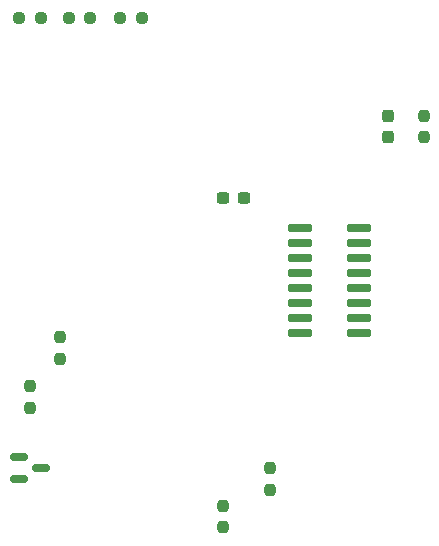
<source format=gtp>
G04 #@! TF.GenerationSoftware,KiCad,Pcbnew,7.0.8-7.0.8~ubuntu22.04.1*
G04 #@! TF.CreationDate,2023-12-12T02:33:24+01:00*
G04 #@! TF.ProjectId,kicad,6b696361-642e-46b6-9963-61645f706362,rev?*
G04 #@! TF.SameCoordinates,Original*
G04 #@! TF.FileFunction,Paste,Top*
G04 #@! TF.FilePolarity,Positive*
%FSLAX46Y46*%
G04 Gerber Fmt 4.6, Leading zero omitted, Abs format (unit mm)*
G04 Created by KiCad (PCBNEW 7.0.8-7.0.8~ubuntu22.04.1) date 2023-12-12 02:33:24*
%MOMM*%
%LPD*%
G01*
G04 APERTURE LIST*
G04 Aperture macros list*
%AMRoundRect*
0 Rectangle with rounded corners*
0 $1 Rounding radius*
0 $2 $3 $4 $5 $6 $7 $8 $9 X,Y pos of 4 corners*
0 Add a 4 corners polygon primitive as box body*
4,1,4,$2,$3,$4,$5,$6,$7,$8,$9,$2,$3,0*
0 Add four circle primitives for the rounded corners*
1,1,$1+$1,$2,$3*
1,1,$1+$1,$4,$5*
1,1,$1+$1,$6,$7*
1,1,$1+$1,$8,$9*
0 Add four rect primitives between the rounded corners*
20,1,$1+$1,$2,$3,$4,$5,0*
20,1,$1+$1,$4,$5,$6,$7,0*
20,1,$1+$1,$6,$7,$8,$9,0*
20,1,$1+$1,$8,$9,$2,$3,0*%
G04 Aperture macros list end*
%ADD10RoundRect,0.042000X-0.943000X-0.258000X0.943000X-0.258000X0.943000X0.258000X-0.943000X0.258000X0*%
%ADD11RoundRect,0.237500X-0.237500X0.250000X-0.237500X-0.250000X0.237500X-0.250000X0.237500X0.250000X0*%
%ADD12RoundRect,0.237500X-0.300000X-0.237500X0.300000X-0.237500X0.300000X0.237500X-0.300000X0.237500X0*%
%ADD13RoundRect,0.237500X-0.237500X0.300000X-0.237500X-0.300000X0.237500X-0.300000X0.237500X0.300000X0*%
%ADD14RoundRect,0.237500X-0.250000X-0.237500X0.250000X-0.237500X0.250000X0.237500X-0.250000X0.237500X0*%
%ADD15RoundRect,0.237500X0.237500X-0.250000X0.237500X0.250000X-0.237500X0.250000X-0.237500X-0.250000X0*%
%ADD16RoundRect,0.150000X-0.587500X-0.150000X0.587500X-0.150000X0.587500X0.150000X-0.587500X0.150000X0*%
G04 APERTURE END LIST*
D10*
X162560000Y-68580000D03*
X162560000Y-69850000D03*
X162560000Y-71120000D03*
X162560000Y-72390000D03*
X162560000Y-73660000D03*
X162560000Y-74930000D03*
X162560000Y-76200000D03*
X162560000Y-77470000D03*
X167510000Y-77470000D03*
X167510000Y-76200000D03*
X167510000Y-74930000D03*
X167510000Y-73660000D03*
X167510000Y-72390000D03*
X167510000Y-71120000D03*
X167510000Y-69850000D03*
X167510000Y-68580000D03*
D11*
X173000000Y-59087500D03*
X173000000Y-60912500D03*
D12*
X156050000Y-66040000D03*
X157775000Y-66040000D03*
D11*
X156000000Y-92087500D03*
X156000000Y-93912500D03*
D13*
X170000000Y-59137500D03*
X170000000Y-60862500D03*
D14*
X138787500Y-50800000D03*
X140612500Y-50800000D03*
D15*
X139700000Y-83820000D03*
X139700000Y-81995000D03*
D11*
X142240000Y-77827500D03*
X142240000Y-79652500D03*
D15*
X160020000Y-90725000D03*
X160020000Y-88900000D03*
D14*
X142955000Y-50800000D03*
X144780000Y-50800000D03*
X147320000Y-50800000D03*
X149145000Y-50800000D03*
D16*
X138762500Y-87950000D03*
X138762500Y-89850000D03*
X140637500Y-88900000D03*
M02*

</source>
